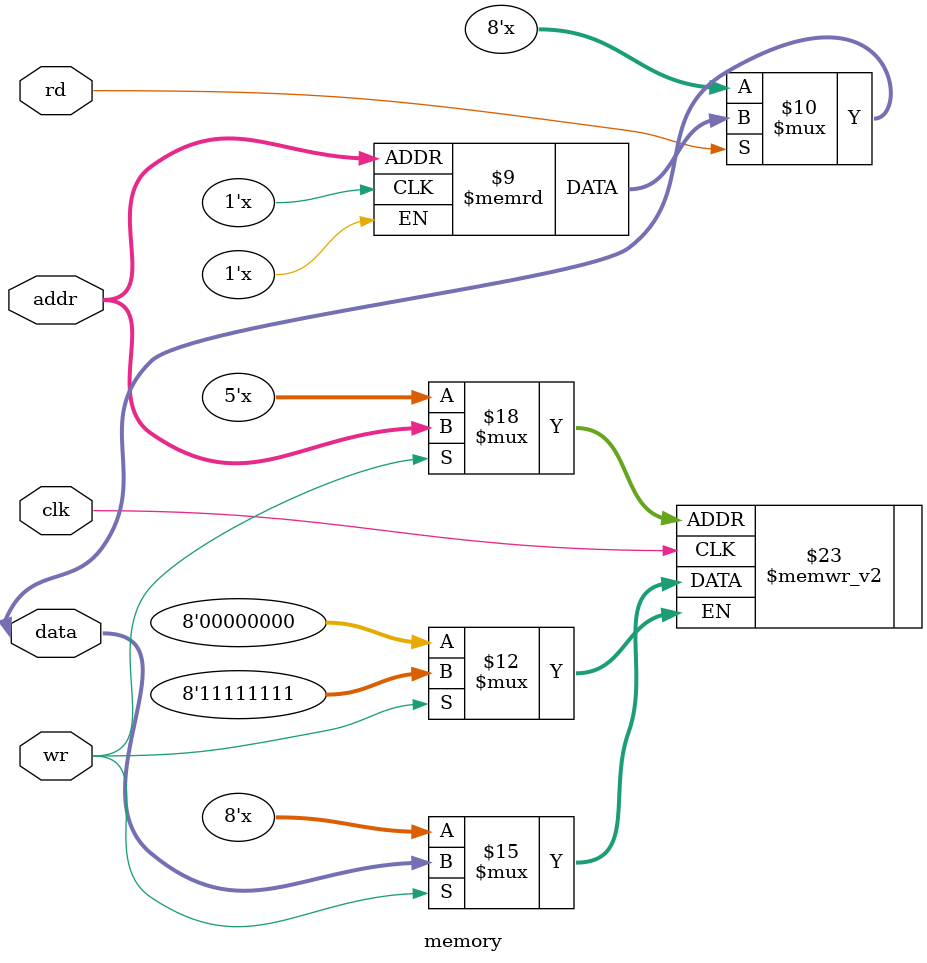
<source format=v>
module memory #(
  parameter AWIDTH = 5,  // Address width (default is 5)
  parameter DWIDTH = 8   // Data width (default is 8)
)(
  input wire clk,             // Clock signal
  input wire wr,              // Write enable
  input wire rd,              // Read enable
  input wire [AWIDTH-1:0] addr,  // Address input
  inout wire [DWIDTH-1:0] data, // Data input/output for write
);

  // Memory array
  reg [DWIDTH-1:0] mem [(1<<AWIDTH)-1:0]; // Depth: 2^AWIDTH, Width: DWIDTH

  

  // Procedural block for write
  always @(posedge clk)
    if (wr)
      mem[addr] <= data; // Write data to memory at addr

  // Continuous assignment for read
  assign data = (rd) ? mem[addr] : {DWIDTH{1'bz}}; // High-impedance when not reading


endmodule

</source>
